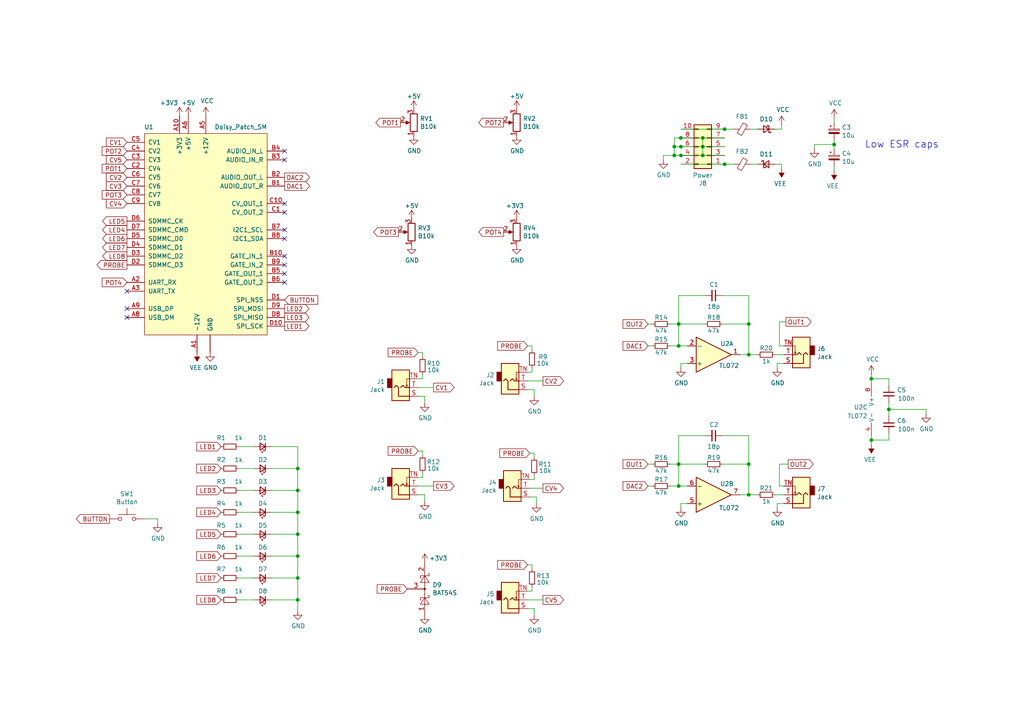
<source format=kicad_sch>
(kicad_sch (version 20211123) (generator eeschema)
  (paper "A4")
  (title_block (title "Achordion") (date "2022-02-27") (rev "v2.2.0") (company "Petr Horáček") (comment 1 "petr@zlosynth.com") (comment 2 "https://github.com/zlosynth/achordion") (comment 3 "cc-by-sa"))
  (lib_symbols
    (symbol "Amplifier_Operational:TL072" (pin_names (offset 0.127))
      (property "Reference" "U" (at 0 5.08 0))
      (property "Value" "TL072" (at 0 -5.08 0))
      (symbol "TL072_1_1"
        (pin output line (at 7.62 0 180) (length 2.54) (name "~") (number "1"))
        (pin input line (at -7.62 -2.54 0) (length 2.54) (name "-") (number "2"))
        (pin input line (at -7.62 2.54 0) (length 2.54) (name "+") (number "3"))
      )
      (symbol "TL072_2_1"
        (pin input line (at -7.62 2.54 0) (length 2.54) (name "+") (number "5"))
        (pin input line (at -7.62 -2.54 0) (length 2.54) (name "-") (number "6"))
        (pin output line (at 7.62 0 180) (length 2.54) (name "~") (number "7"))
      )
      (symbol "TL072_3_1"
        (pin power_in line (at -2.54 -7.62 90) (length 3.81) (name "V-") (number "4"))
        (pin power_in line (at -2.54 7.62 270) (length 3.81) (name "V+") (number "8"))
      )
    )
    (symbol "Connector:AudioJack2_SwitchT"
      (property "Reference" "J" (at 0 8.89 0))
      (property "Value" "AudioJack2_SwitchT" (at 0 6.35 0))
      (symbol "AudioJack2_SwitchT_1_1"
        (pin passive line (at 5.08 2.54 180) (length 2.54) (name "~") (number "S"))
        (pin passive line (at 5.08 0 180) (length 2.54) (name "~") (number "T"))
        (pin passive line (at 5.08 -2.54 180) (length 2.54) (name "~") (number "TN"))
      )
    )
    (symbol "Connector_Generic:Conn_02x05_Odd_Even" (pin_names (offset 1.016) hide)
      (property "Reference" "J" (at 1.27 7.62 0))
      (property "Value" "Conn_02x05_Odd_Even" (at 1.27 -7.62 0))
      (symbol "Conn_02x05_Odd_Even_1_1"
        (pin passive line (at -5.08 5.08 0) (length 3.81) (name "Pin_1") (number "1"))
        (pin passive line (at 7.62 -5.08 180) (length 3.81) (name "Pin_10") (number "10"))
        (pin passive line (at 7.62 5.08 180) (length 3.81) (name "Pin_2") (number "2"))
        (pin passive line (at -5.08 2.54 0) (length 3.81) (name "Pin_3") (number "3"))
        (pin passive line (at 7.62 2.54 180) (length 3.81) (name "Pin_4") (number "4"))
        (pin passive line (at -5.08 0 0) (length 3.81) (name "Pin_5") (number "5"))
        (pin passive line (at 7.62 0 180) (length 3.81) (name "Pin_6") (number "6"))
        (pin passive line (at -5.08 -2.54 0) (length 3.81) (name "Pin_7") (number "7"))
        (pin passive line (at 7.62 -2.54 180) (length 3.81) (name "Pin_8") (number "8"))
        (pin passive line (at -5.08 -5.08 0) (length 3.81) (name "Pin_9") (number "9"))
      )
    )
    (symbol "Daisy_Patch_SM:Daisy_Patch_SM" (pin_names (offset 1.016))
      (property "Reference" "U" (at -16.51 29.21 0))
      (property "Value" "Daisy_Patch_SM" (at 10.16 29.21 0))
      (symbol "Daisy_Patch_SM_1_0"
        (pin power_in line (at -2.54 -35.56 90) (length 5.08) (name "-12V") (number "A1"))
        (pin power_out line (at -7.62 33.02 270) (length 5.08) (name "+3V3") (number "A10"))
        (pin bidirectional line (at -22.86 -15.24 0) (length 5.08) (name "UART_RX") (number "A2"))
        (pin bidirectional line (at -22.86 -17.78 0) (length 5.08) (name "UART_TX") (number "A3"))
        (pin passive line (at 1.27 -35.56 90) (length 5.08) (name "GND") (number "A4"))
        (pin power_in line (at 0 33.02 270) (length 5.08) (name "+12V") (number "A5"))
        (pin power_out line (at -5.08 33.02 270) (length 5.08) (name "+5V") (number "A6"))
        (pin passive line (at 1.27 -35.56 90) (length 5.08) (name "GND") (number "A7"))
        (pin bidirectional line (at -22.86 -25.4 0) (length 5.08) (name "USB_DM") (number "A8"))
        (pin bidirectional line (at -22.86 -22.86 0) (length 5.08) (name "USB_DP") (number "A9"))
        (pin output line (at 22.86 12.7 180) (length 5.08) (name "AUDIO_OUT_R") (number "B1"))
        (pin bidirectional line (at 22.86 -7.62 180) (length 5.08) (name "GATE_IN_1") (number "B10"))
        (pin output line (at 22.86 15.24 180) (length 5.08) (name "AUDIO_OUT_L") (number "B2"))
        (pin input line (at 22.86 20.32 180) (length 5.08) (name "AUDIO_IN_R") (number "B3"))
        (pin input line (at 22.86 22.86 180) (length 5.08) (name "AUDIO_IN_L") (number "B4"))
        (pin bidirectional line (at 22.86 -12.7 180) (length 5.08) (name "GATE_OUT_1") (number "B5"))
        (pin bidirectional line (at 22.86 -15.24 180) (length 5.08) (name "GATE_OUT_2") (number "B6"))
        (pin bidirectional line (at 22.86 0 180) (length 5.08) (name "I2C1_SCL") (number "B7"))
        (pin bidirectional line (at 22.86 -2.54 180) (length 5.08) (name "I2C1_SDA") (number "B8"))
        (pin bidirectional line (at 22.86 -10.16 180) (length 5.08) (name "GATE_IN_2") (number "B9"))
        (pin bidirectional line (at 22.86 5.08 180) (length 5.08) (name "CV_OUT_2") (number "C1"))
        (pin bidirectional line (at 22.86 7.62 180) (length 5.08) (name "CV_OUT_1") (number "C10"))
        (pin bidirectional line (at -22.86 17.78 0) (length 5.08) (name "CV4") (number "C2"))
        (pin bidirectional line (at -22.86 20.32 0) (length 5.08) (name "CV3") (number "C3"))
        (pin bidirectional line (at -22.86 22.86 0) (length 5.08) (name "CV2") (number "C4"))
        (pin bidirectional line (at -22.86 25.4 0) (length 5.08) (name "CV1") (number "C5"))
        (pin bidirectional line (at -22.86 15.24 0) (length 5.08) (name "CV5") (number "C6"))
        (pin bidirectional line (at -22.86 12.7 0) (length 5.08) (name "CV6") (number "C7"))
        (pin bidirectional line (at -22.86 10.16 0) (length 5.08) (name "CV7") (number "C8"))
        (pin bidirectional line (at -22.86 7.62 0) (length 5.08) (name "CV8") (number "C9"))
        (pin bidirectional line (at 22.86 -20.32 180) (length 5.08) (name "SPI_NSS") (number "D1"))
        (pin bidirectional line (at 22.86 -27.94 180) (length 5.08) (name "SPI_SCK") (number "D10"))
        (pin bidirectional line (at -22.86 -10.16 0) (length 5.08) (name "SDMMC_D3") (number "D2"))
        (pin bidirectional line (at -22.86 -7.62 0) (length 5.08) (name "SDMMC_D2") (number "D3"))
        (pin bidirectional line (at -22.86 -5.08 0) (length 5.08) (name "SDMMC_D1") (number "D4"))
        (pin bidirectional line (at -22.86 -2.54 0) (length 5.08) (name "SDMMC_D0") (number "D5"))
        (pin bidirectional line (at -22.86 2.54 0) (length 5.08) (name "SDMMC_CK") (number "D6"))
        (pin bidirectional line (at -22.86 0 0) (length 5.08) (name "SDMMC_CMD") (number "D7"))
        (pin bidirectional line (at 22.86 -25.4 180) (length 5.08) (name "SPI_MISO") (number "D8"))
        (pin bidirectional line (at 22.86 -22.86 180) (length 5.08) (name "SPI_MOSI") (number "D9"))
      )
    )
    (symbol "Device:CP_Small" (pin_numbers hide) (pin_names (offset 0.254) hide)
      (property "Reference" "C" (at 0.254 1.778 0))
      (property "Value" "Device_CP_Small" (at 0.254 -2.032 0))
      (symbol "CP_Small_1_1"
        (pin passive line (at 0 2.54 270) (length 1.8542) (name "~") (number "1"))
        (pin passive line (at 0 -2.54 90) (length 1.8542) (name "~") (number "2"))
      )
    )
    (symbol "Device:C_Small" (pin_numbers hide) (pin_names (offset 0.254) hide)
      (property "Reference" "C" (at 0.254 1.778 0))
      (property "Value" "C_Small" (at 0.254 -2.032 0))
      (symbol "C_Small_1_1"
        (pin passive line (at 0 2.54 270) (length 2.032) (name "~") (number "1"))
        (pin passive line (at 0 -2.54 90) (length 2.032) (name "~") (number "2"))
      )
    )
    (symbol "Device:D_Schottky_Small" (pin_numbers hide) (pin_names (offset 0.254) hide)
      (property "Reference" "D" (at -1.27 2.032 0))
      (property "Value" "D_Schottky_Small" (at -7.112 -2.032 0))
      (symbol "D_Schottky_Small_1_1"
        (pin passive line (at -2.54 0 0) (length 1.778) (name "K") (number "1"))
        (pin passive line (at 2.54 0 180) (length 1.778) (name "A") (number "2"))
      )
    )
    (symbol "Device:Ferrite_Bead_Small" (pin_numbers hide) (pin_names (offset 0))
      (property "Reference" "FB" (at 1.905 1.27 0))
      (property "Value" "Device_Ferrite_Bead_Small" (at 1.905 -1.27 0))
      (symbol "Ferrite_Bead_Small_1_1"
        (pin passive line (at 0 2.54 270) (length 1.27) (name "~") (number "1"))
        (pin passive line (at 0 -2.54 90) (length 1.27) (name "~") (number "2"))
      )
    )
    (symbol "Device:LED_Small" (pin_numbers hide) (pin_names (offset 0.254) hide)
      (property "Reference" "D" (at -1.27 3.175 0))
      (property "Value" "LED_Small" (at -4.445 -2.54 0))
      (symbol "LED_Small_1_1"
        (pin passive line (at -2.54 0 0) (length 1.778) (name "K") (number "1"))
        (pin passive line (at 2.54 0 180) (length 1.778) (name "A") (number "2"))
      )
    )
    (symbol "Device:R_POT" (pin_names (offset 1.016) hide)
      (property "Reference" "RV" (at -4.445 0 90))
      (property "Value" "Device_R_POT" (at -2.54 0 90))
      (symbol "R_POT_1_1"
        (pin passive line (at 0 3.81 270) (length 1.27) (name "1") (number "1"))
        (pin passive line (at 3.81 0 180) (length 1.27) (name "2") (number "2"))
        (pin passive line (at 0 -3.81 90) (length 1.27) (name "3") (number "3"))
      )
    )
    (symbol "Device:R_Small" (pin_numbers hide) (pin_names (offset 0.254) hide)
      (property "Reference" "R" (at 0.762 0.508 0))
      (property "Value" "R_Small" (at 0.762 -1.016 0))
      (symbol "R_Small_1_1"
        (pin passive line (at 0 2.54 270) (length 0.762) (name "~") (number "1"))
        (pin passive line (at 0 -2.54 90) (length 0.762) (name "~") (number "2"))
      )
    )
    (symbol "Diode:BAT54S" (pin_names (offset 1.016))
      (property "Reference" "D" (at 0.635 -3.81 0))
      (property "Value" "BAT54S" (at -6.35 3.175 0))
      (symbol "BAT54S_1_1"
        (pin passive line (at -7.62 0 0) (length 3.81) (name "~") (number "1"))
        (pin passive line (at 7.62 0 180) (length 3.81) (name "~") (number "2"))
        (pin passive line (at 0 -5.08 90) (length 5.08) (name "~") (number "3"))
      )
    )
    (symbol "Switch:SW_Push" (pin_numbers hide) (pin_names (offset 1.016) hide)
      (property "Reference" "SW" (at 1.27 2.54 0))
      (property "Value" "SW_Push" (at 0 -1.524 0))
      (symbol "SW_Push_0_1"
        (pin passive line (at -5.08 0 0) (length 2.54) (name "1") (number "1"))
        (pin passive line (at 5.08 0 180) (length 2.54) (name "2") (number "2"))
      )
    )
    (symbol "power:+3.3V" (power) (pin_names (offset 0))
      (property "Value" "+3.3V" (at 0 3.556 0))
      (symbol "+3.3V_1_1"
        (pin power_in line (at 0 0 90) (length 0) hide (name "+3V3") (number "1"))
      )
    )
    (symbol "power:+5V" (power) (pin_names (offset 0))
      (property "Value" "+5V" (at 0 3.556 0))
      (symbol "+5V_1_1"
        (pin power_in line (at 0 0 90) (length 0) hide (name "+5V") (number "1"))
      )
    )
    (symbol "power:GND" (power) (pin_names (offset 0))
      (property "Value" "GND" (at 0 -3.81 0))
      (symbol "GND_1_1"
        (pin power_in line (at 0 0 270) (length 0) hide (name "GND") (number "1"))
      )
    )
    (symbol "power:VCC" (power) (pin_names (offset 0))
      (property "Value" "VCC" (at 0 3.81 0))
      (symbol "VCC_1_1"
        (pin power_in line (at 0 0 90) (length 0) hide (name "VCC") (number "1"))
      )
    )
    (symbol "power:VEE" (power) (pin_names (offset 0))
      (property "Value" "VEE" (at 0 3.81 0))
      (symbol "VEE_1_1"
        (pin power_in line (at 0 0 90) (length 0) hide (name "VEE") (number "1"))
      )
    )
  )
  (junction (at 196.85 140.97))
  (junction (at 257.81 118.745))
  (junction (at 252.73 109.855))
  (junction (at 217.17 93.98))
  (junction (at 197.485 40.005))
  (junction (at 86.36 142.24))
  (junction (at 86.36 135.89))
  (junction (at 86.36 167.64))
  (junction (at 210.185 37.465))
  (junction (at 86.36 173.99))
  (junction (at 86.36 161.29))
  (junction (at 196.85 134.62))
  (junction (at 195.58 42.545))
  (junction (at 197.485 45.085))
  (junction (at 86.36 154.94))
  (junction (at 217.17 143.51))
  (junction (at 210.185 47.625))
  (junction (at 203.835 45.085))
  (junction (at 196.85 100.33))
  (junction (at 241.935 41.91))
  (junction (at 217.17 102.87))
  (junction (at 197.485 42.545))
  (junction (at 196.85 93.98))
  (junction (at 86.36 148.59))
  (junction (at 195.58 45.085))
  (junction (at 203.835 42.545))
  (junction (at 252.73 127.635))
  (junction (at 217.17 134.62))
  (junction (at 203.835 40.005))
  (no_connect (at 82.55 81.915))
  (no_connect (at 82.55 59.055))
  (no_connect (at 36.83 92.075))
  (no_connect (at 82.55 74.295))
  (no_connect (at 82.55 76.835))
  (no_connect (at 82.55 46.355))
  (no_connect (at 36.83 89.535))
  (no_connect (at 82.55 61.595))
  (no_connect (at 82.55 79.375))
  (no_connect (at 82.55 66.675))
  (no_connect (at 82.55 43.815))
  (no_connect (at 36.83 84.455))
  (no_connect (at 82.55 69.215))
  (wire (pts (xy 257.81 127.635) (xy 252.73 127.635)))
  (wire (pts (xy 210.185 47.625) (xy 212.725 47.625)))
  (wire (pts (xy 121.285 112.395) (xy 125.73 112.395)))
  (wire (pts (xy 252.73 126.365) (xy 252.73 127.635)))
  (wire (pts (xy 154.305 165.1) (xy 154.305 163.83)))
  (wire (pts (xy 121.285 140.97) (xy 125.73 140.97)))
  (wire (pts (xy 217.17 93.98) (xy 217.17 102.87)))
  (wire (pts (xy 257.81 120.65) (xy 257.81 118.745)))
  (wire (pts (xy 225.425 146.05) (xy 225.425 147.32)))
  (wire (pts (xy 227.33 146.05) (xy 225.425 146.05)))
  (wire (pts (xy 203.835 40.005) (xy 210.185 40.005)))
  (wire (pts (xy 195.58 45.085) (xy 192.405 45.085)))
  (wire (pts (xy 241.935 41.91) (xy 236.22 41.91)))
  (wire (pts (xy 154.94 132.715) (xy 154.94 131.445)))
  (wire (pts (xy 194.31 93.98) (xy 196.85 93.98)))
  (wire (pts (xy 192.405 45.085) (xy 192.405 46.355)))
  (wire (pts (xy 195.58 40.005) (xy 195.58 42.545)))
  (wire (pts (xy 78.74 148.59) (xy 86.36 148.59)))
  (wire (pts (xy 217.805 47.625) (xy 219.71 47.625)))
  (wire (pts (xy 195.58 45.085) (xy 197.485 45.085)))
  (wire (pts (xy 209.55 85.725) (xy 217.17 85.725)))
  (wire (pts (xy 154.305 100.33) (xy 153.035 100.33)))
  (wire (pts (xy 154.305 171.45) (xy 154.305 170.18)))
  (wire (pts (xy 122.555 109.855) (xy 122.555 108.585)))
  (wire (pts (xy 153.67 144.145) (xy 155.575 144.145)))
  (wire (pts (xy 236.22 41.91) (xy 236.22 43.18)))
  (wire (pts (xy 73.66 142.24) (xy 69.215 142.24)))
  (wire (pts (xy 210.185 37.465) (xy 212.725 37.465)))
  (wire (pts (xy 214.63 102.87) (xy 217.17 102.87)))
  (wire (pts (xy 226.06 100.33) (xy 227.33 100.33)))
  (wire (pts (xy 154.305 163.83) (xy 153.035 163.83)))
  (wire (pts (xy 153.035 171.45) (xy 154.305 171.45)))
  (wire (pts (xy 195.58 42.545) (xy 195.58 45.085)))
  (wire (pts (xy 268.605 118.745) (xy 257.81 118.745)))
  (wire (pts (xy 197.485 40.005) (xy 195.58 40.005)))
  (wire (pts (xy 154.94 176.53) (xy 154.94 178.435)))
  (wire (pts (xy 204.47 85.725) (xy 196.85 85.725)))
  (wire (pts (xy 252.73 108.585) (xy 252.73 109.855)))
  (wire (pts (xy 197.485 42.545) (xy 203.835 42.545)))
  (wire (pts (xy 217.17 134.62) (xy 209.55 134.62)))
  (wire (pts (xy 197.485 105.41) (xy 199.39 105.41)))
  (wire (pts (xy 252.73 109.855) (xy 257.81 109.855)))
  (wire (pts (xy 197.485 47.625) (xy 210.185 47.625)))
  (wire (pts (xy 196.85 100.33) (xy 196.85 93.98)))
  (wire (pts (xy 252.73 127.635) (xy 252.73 128.905)))
  (wire (pts (xy 155.575 144.145) (xy 155.575 146.05)))
  (wire (pts (xy 227.965 93.345) (xy 226.06 93.345)))
  (wire (pts (xy 197.485 147.32) (xy 197.485 146.05)))
  (wire (pts (xy 189.23 100.33) (xy 187.96 100.33)))
  (wire (pts (xy 196.85 100.33) (xy 199.39 100.33)))
  (wire (pts (xy 73.66 129.54) (xy 69.215 129.54)))
  (wire (pts (xy 69.215 173.99) (xy 73.66 173.99)))
  (wire (pts (xy 121.285 109.855) (xy 122.555 109.855)))
  (wire (pts (xy 153.67 141.605) (xy 157.48 141.605)))
  (wire (pts (xy 187.96 93.98) (xy 189.23 93.98)))
  (wire (pts (xy 226.695 48.895) (xy 226.695 47.625)))
  (wire (pts (xy 78.74 167.64) (xy 86.36 167.64)))
  (wire (pts (xy 78.74 142.24) (xy 86.36 142.24)))
  (wire (pts (xy 122.555 103.505) (xy 122.555 102.235)))
  (wire (pts (xy 122.555 132.08) (xy 122.555 130.81)))
  (wire (pts (xy 153.035 176.53) (xy 154.94 176.53)))
  (wire (pts (xy 153.035 113.03) (xy 154.94 113.03)))
  (wire (pts (xy 154.94 131.445) (xy 153.67 131.445)))
  (wire (pts (xy 225.425 105.41) (xy 225.425 106.68)))
  (wire (pts (xy 224.79 102.87) (xy 227.33 102.87)))
  (wire (pts (xy 154.305 101.6) (xy 154.305 100.33)))
  (wire (pts (xy 187.96 134.62) (xy 189.23 134.62)))
  (wire (pts (xy 86.36 129.54) (xy 86.36 135.89)))
  (wire (pts (xy 153.035 110.49) (xy 157.48 110.49)))
  (wire (pts (xy 86.36 167.64) (xy 86.36 173.99)))
  (wire (pts (xy 217.17 126.365) (xy 217.17 134.62)))
  (wire (pts (xy 196.85 140.97) (xy 196.85 134.62)))
  (wire (pts (xy 210.185 45.085) (xy 203.835 45.085)))
  (wire (pts (xy 78.74 161.29) (xy 86.36 161.29)))
  (wire (pts (xy 241.935 34.29) (xy 241.935 35.56)))
  (wire (pts (xy 194.31 134.62) (xy 196.85 134.62)))
  (wire (pts (xy 226.695 47.625) (xy 224.79 47.625)))
  (wire (pts (xy 86.36 161.29) (xy 86.36 167.64)))
  (wire (pts (xy 86.36 135.89) (xy 86.36 142.24)))
  (wire (pts (xy 196.85 85.725) (xy 196.85 93.98)))
  (wire (pts (xy 78.74 154.94) (xy 86.36 154.94)))
  (wire (pts (xy 121.285 138.43) (xy 122.555 138.43)))
  (wire (pts (xy 154.94 139.065) (xy 154.94 137.795)))
  (wire (pts (xy 196.85 126.365) (xy 196.85 134.62)))
  (wire (pts (xy 241.935 41.91) (xy 241.935 43.18)))
  (wire (pts (xy 204.47 126.365) (xy 196.85 126.365)))
  (wire (pts (xy 86.36 154.94) (xy 86.36 161.29)))
  (wire (pts (xy 69.215 161.29) (xy 73.66 161.29)))
  (wire (pts (xy 217.17 93.98) (xy 209.55 93.98)))
  (wire (pts (xy 203.835 45.085) (xy 197.485 45.085)))
  (wire (pts (xy 153.035 173.99) (xy 157.48 173.99)))
  (wire (pts (xy 86.36 148.59) (xy 86.36 154.94)))
  (wire (pts (xy 226.06 134.62) (xy 226.06 140.97)))
  (wire (pts (xy 257.81 118.745) (xy 257.81 116.84)))
  (wire (pts (xy 226.06 140.97) (xy 227.33 140.97)))
  (wire (pts (xy 41.91 150.495) (xy 45.72 150.495)))
  (wire (pts (xy 189.23 140.97) (xy 187.96 140.97)))
  (wire (pts (xy 122.555 130.81) (xy 121.285 130.81)))
  (wire (pts (xy 226.06 93.345) (xy 226.06 100.33)))
  (wire (pts (xy 154.94 113.03) (xy 154.94 114.935)))
  (wire (pts (xy 86.36 173.99) (xy 86.36 177.165)))
  (wire (pts (xy 78.74 173.99) (xy 86.36 173.99)))
  (wire (pts (xy 224.79 143.51) (xy 227.33 143.51)))
  (wire (pts (xy 122.555 102.235) (xy 121.285 102.235)))
  (wire (pts (xy 196.85 93.98) (xy 204.47 93.98)))
  (wire (pts (xy 197.485 40.005) (xy 203.835 40.005)))
  (wire (pts (xy 194.31 100.33) (xy 196.85 100.33)))
  (wire (pts (xy 123.19 143.51) (xy 123.19 145.415)))
  (wire (pts (xy 78.74 129.54) (xy 86.36 129.54)))
  (wire (pts (xy 69.215 135.89) (xy 73.66 135.89)))
  (wire (pts (xy 78.74 135.89) (xy 86.36 135.89)))
  (wire (pts (xy 203.835 42.545) (xy 203.835 45.085)))
  (wire (pts (xy 73.66 167.64) (xy 69.215 167.64)))
  (wire (pts (xy 241.935 48.26) (xy 241.935 49.53)))
  (wire (pts (xy 217.17 134.62) (xy 217.17 143.51)))
  (wire (pts (xy 257.81 125.73) (xy 257.81 127.635)))
  (wire (pts (xy 210.185 37.465) (xy 197.485 37.465)))
  (wire (pts (xy 203.835 42.545) (xy 210.185 42.545)))
  (wire (pts (xy 122.555 138.43) (xy 122.555 137.16)))
  (wire (pts (xy 73.66 154.94) (xy 69.215 154.94)))
  (wire (pts (xy 217.17 102.87) (xy 219.71 102.87)))
  (wire (pts (xy 219.71 37.465) (xy 217.805 37.465)))
  (wire (pts (xy 268.605 120.015) (xy 268.605 118.745)))
  (wire (pts (xy 153.67 139.065) (xy 154.94 139.065)))
  (wire (pts (xy 197.485 42.545) (xy 195.58 42.545)))
  (wire (pts (xy 227.33 105.41) (xy 225.425 105.41)))
  (wire (pts (xy 217.17 85.725) (xy 217.17 93.98)))
  (wire (pts (xy 197.485 146.05) (xy 199.39 146.05)))
  (wire (pts (xy 196.85 140.97) (xy 199.39 140.97)))
  (wire (pts (xy 203.835 40.005) (xy 203.835 42.545)))
  (wire (pts (xy 226.06 134.62) (xy 228.6 134.62)))
  (wire (pts (xy 217.17 143.51) (xy 219.71 143.51)))
  (wire (pts (xy 197.485 106.68) (xy 197.485 105.41)))
  (wire (pts (xy 121.285 114.935) (xy 123.19 114.935)))
  (wire (pts (xy 209.55 126.365) (xy 217.17 126.365)))
  (wire (pts (xy 226.695 37.465) (xy 224.79 37.465)))
  (wire (pts (xy 69.215 148.59) (xy 73.66 148.59)))
  (wire (pts (xy 45.72 151.765) (xy 45.72 150.495)))
  (wire (pts (xy 194.31 140.97) (xy 196.85 140.97)))
  (wire (pts (xy 196.85 134.62) (xy 204.47 134.62)))
  (wire (pts (xy 154.305 107.95) (xy 154.305 106.68)))
  (wire (pts (xy 214.63 143.51) (xy 217.17 143.51)))
  (wire (pts (xy 226.695 36.195) (xy 226.695 37.465)))
  (wire (pts (xy 121.285 143.51) (xy 123.19 143.51)))
  (wire (pts (xy 153.035 107.95) (xy 154.305 107.95)))
  (wire (pts (xy 252.73 109.855) (xy 252.73 111.125)))
  (wire (pts (xy 123.19 114.935) (xy 123.19 116.84)))
  (wire (pts (xy 241.935 40.64) (xy 241.935 41.91)))
  (wire (pts (xy 86.36 142.24) (xy 86.36 148.59)))
  (wire (pts (xy 257.81 109.855) (xy 257.81 111.76)))
  (text "Low ESR caps" (at 250.825 43.18 0) (effects (font (size 2.0066 2.0066)) (justify left bottom)))
  (global_label "PROBE" (shape input) (at 118.11 170.815 180) (property "Intersheet References" "${INTERSHEET_REFS}" (effects hide)))
  (global_label "LED8" (shape input) (at 64.135 173.99 180) (property "Intersheet References" "${INTERSHEET_REFS}" (effects hide)))
  (global_label "POT2" (shape input) (at 36.83 43.815 180) (property "Intersheet References" "${INTERSHEET_REFS}" (effects hide)))
  (global_label "DAC1" (shape input) (at 187.96 100.33 180) (property "Intersheet References" "${INTERSHEET_REFS}" (effects hide)))
  (global_label "DAC1" (shape output) (at 82.55 53.975 0) (property "Intersheet References" "${INTERSHEET_REFS}" (effects hide)))
  (global_label "CV3" (shape output) (at 125.73 140.97 0) (property "Intersheet References" "${INTERSHEET_REFS}" (effects hide)))
  (global_label "CV2" (shape output) (at 157.48 110.49 0) (property "Intersheet References" "${INTERSHEET_REFS}" (effects hide)))
  (global_label "LED5" (shape output) (at 36.83 64.135 180) (property "Intersheet References" "${INTERSHEET_REFS}" (effects hide)))
  (global_label "OUT2" (shape input) (at 187.96 93.98 180) (property "Intersheet References" "${INTERSHEET_REFS}" (effects hide)))
  (global_label "BUTTON" (shape input) (at 82.55 86.995 0) (property "Intersheet References" "${INTERSHEET_REFS}" (effects hide)))
  (global_label "LED4" (shape input) (at 64.135 148.59 180) (property "Intersheet References" "${INTERSHEET_REFS}" (effects hide)))
  (global_label "PROBE" (shape input) (at 153.035 163.83 180) (property "Intersheet References" "${INTERSHEET_REFS}" (effects hide)))
  (global_label "LED1" (shape input) (at 64.135 129.54 180) (property "Intersheet References" "${INTERSHEET_REFS}" (effects hide)))
  (global_label "LED7" (shape input) (at 64.135 167.64 180) (property "Intersheet References" "${INTERSHEET_REFS}" (effects hide)))
  (global_label "OUT1" (shape input) (at 187.96 134.62 180) (property "Intersheet References" "${INTERSHEET_REFS}" (effects hide)))
  (global_label "CV4" (shape output) (at 157.48 141.605 0) (property "Intersheet References" "${INTERSHEET_REFS}" (effects hide)))
  (global_label "DAC2" (shape output) (at 82.55 51.435 0) (property "Intersheet References" "${INTERSHEET_REFS}" (effects hide)))
  (global_label "POT1" (shape input) (at 36.83 48.895 180) (property "Intersheet References" "${INTERSHEET_REFS}" (effects hide)))
  (global_label "CV1" (shape output) (at 125.73 112.395 0) (property "Intersheet References" "${INTERSHEET_REFS}" (effects hide)))
  (global_label "LED8" (shape output) (at 36.83 74.295 180) (property "Intersheet References" "${INTERSHEET_REFS}" (effects hide)))
  (global_label "POT4" (shape input) (at 36.83 81.915 180) (property "Intersheet References" "${INTERSHEET_REFS}" (effects hide)))
  (global_label "CV5" (shape input) (at 36.83 46.355 180) (property "Intersheet References" "${INTERSHEET_REFS}" (effects hide)))
  (global_label "LED7" (shape output) (at 36.83 71.755 180) (property "Intersheet References" "${INTERSHEET_REFS}" (effects hide)))
  (global_label "CV5" (shape output) (at 157.48 173.99 0) (property "Intersheet References" "${INTERSHEET_REFS}" (effects hide)))
  (global_label "POT1" (shape output) (at 116.205 35.56 180) (property "Intersheet References" "${INTERSHEET_REFS}" (effects hide)))
  (global_label "LED1" (shape output) (at 82.55 94.615 0) (property "Intersheet References" "${INTERSHEET_REFS}" (effects hide)))
  (global_label "LED4" (shape output) (at 36.83 66.675 180) (property "Intersheet References" "${INTERSHEET_REFS}" (effects hide)))
  (global_label "CV4" (shape input) (at 36.83 59.055 180) (property "Intersheet References" "${INTERSHEET_REFS}" (effects hide)))
  (global_label "LED2" (shape output) (at 82.55 89.535 0) (property "Intersheet References" "${INTERSHEET_REFS}" (effects hide)))
  (global_label "LED3" (shape output) (at 82.55 92.075 0) (property "Intersheet References" "${INTERSHEET_REFS}" (effects hide)))
  (global_label "CV3" (shape input) (at 36.83 53.975 180) (property "Intersheet References" "${INTERSHEET_REFS}" (effects hide)))
  (global_label "PROBE" (shape input) (at 121.285 130.81 180) (property "Intersheet References" "${INTERSHEET_REFS}" (effects hide)))
  (global_label "LED2" (shape input) (at 64.135 135.89 180) (property "Intersheet References" "${INTERSHEET_REFS}" (effects hide)))
  (global_label "PROBE" (shape output) (at 36.83 76.835 180) (property "Intersheet References" "${INTERSHEET_REFS}" (effects hide)))
  (global_label "LED6" (shape output) (at 36.83 69.215 180) (property "Intersheet References" "${INTERSHEET_REFS}" (effects hide)))
  (global_label "LED5" (shape input) (at 64.135 154.94 180) (property "Intersheet References" "${INTERSHEET_REFS}" (effects hide)))
  (global_label "PROBE" (shape input) (at 153.035 100.33 180) (property "Intersheet References" "${INTERSHEET_REFS}" (effects hide)))
  (global_label "OUT2" (shape output) (at 228.6 134.62 0) (property "Intersheet References" "${INTERSHEET_REFS}" (effects hide)))
  (global_label "CV1" (shape input) (at 36.83 41.275 180) (property "Intersheet References" "${INTERSHEET_REFS}" (effects hide)))
  (global_label "LED6" (shape input) (at 64.135 161.29 180) (property "Intersheet References" "${INTERSHEET_REFS}" (effects hide)))
  (global_label "DAC2" (shape input) (at 187.96 140.97 180) (property "Intersheet References" "${INTERSHEET_REFS}" (effects hide)))
  (global_label "POT2" (shape output) (at 146.05 35.56 180) (property "Intersheet References" "${INTERSHEET_REFS}" (effects hide)))
  (global_label "POT4" (shape output) (at 146.05 67.31 180) (property "Intersheet References" "${INTERSHEET_REFS}" (effects hide)))
  (global_label "PROBE" (shape input) (at 121.285 102.235 180) (property "Intersheet References" "${INTERSHEET_REFS}" (effects hide)))
  (global_label "LED3" (shape input) (at 64.135 142.24 180) (property "Intersheet References" "${INTERSHEET_REFS}" (effects hide)))
  (global_label "CV2" (shape input) (at 36.83 51.435 180) (property "Intersheet References" "${INTERSHEET_REFS}" (effects hide)))
  (global_label "OUT1" (shape output) (at 227.965 93.345 0) (property "Intersheet References" "${INTERSHEET_REFS}" (effects hide)))
  (global_label "POT3" (shape input) (at 36.83 56.515 180) (property "Intersheet References" "${INTERSHEET_REFS}" (effects hide)))
  (global_label "PROBE" (shape input) (at 153.67 131.445 180) (property "Intersheet References" "${INTERSHEET_REFS}" (effects hide)))
  (global_label "POT3" (shape output) (at 115.57 67.31 180) (property "Intersheet References" "${INTERSHEET_REFS}" (effects hide)))
  (global_label "BUTTON" (shape output) (at 31.75 150.495 180) (property "Intersheet References" "${INTERSHEET_REFS}" (effects hide)))
  (symbol (lib_id "Device:D_Schottky_Small") (at 222.25 37.465 180) (unit 1)
    (property "Reference" "D10" (at 222.25 34.544 0))
    (property "Value" "Schottky" (effects hide))
    (property "Footprint" "Diode_SMD:D_SOD-123" (effects hide))
    (property "LCSC" "C8598" (effects hide))
    (property "Mfr Part Number" "STPS0540ZY" (effects hide))
    (property "Order Qty" "1" (effects hide))
  )
  (symbol (lib_id "Device:D_Schottky_Small") (at 222.25 47.625 0) (unit 1)
    (property "Reference" "D11" (at 222.25 44.704 0))
    (property "Value" "Schottky" (effects hide))
    (property "Footprint" "Diode_SMD:D_SOD-123" (effects hide))
    (property "LCSC" "C8598" (effects hide))
    (property "Mfr Part Number" "STPS0540ZY" (effects hide))
    (property "Order Qty" "1" (effects hide))
  )
  (symbol (lib_id "Device:CP_Small") (at 241.935 45.72 0) (unit 1)
    (property "Reference" "C4" (at 244.1702 44.5516 0) (effects (justify left)))
    (property "Value" "10u" (at 244.1702 46.863 0) (effects (justify left)))
    (property "Footprint" "Capacitor_SMD:CP_Elec_6.3x5.8" (effects hide))
    (property "LCSC" "C122226" (effects hide))
    (property "Order Qty" "1" (effects hide))
    (property "Mfr Part Number" "T491B226M016AT" (effects hide))
  )
  (symbol (lib_id "Device:CP_Small") (at 241.935 38.1 0) (unit 1)
    (property "Reference" "C3" (at 244.1702 36.9316 0) (effects (justify left)))
    (property "Value" "10u" (at 244.1702 39.243 0) (effects (justify left)))
    (property "Footprint" "Capacitor_SMD:CP_Elec_6.3x5.8" (effects hide))
    (property "LCSC" "C122226" (effects hide))
    (property "Order Qty" "1" (effects hide))
    (property "Mfr Part Number" "T491B226M016AT" (effects hide))
  )
  (symbol (lib_id "power:GND") (at 236.22 43.18 0) (unit 1)
    (property "Reference" "#PWR030" (effects hide))
    (property "Value" "GND" (at 236.347 47.5742 0))
  )
  (symbol (lib_id "power:VEE") (at 241.935 49.53 180) (unit 1)
    (property "Reference" "#PWR033" (effects hide))
    (property "Value" "VEE" (at 241.554 53.9242 0))
  )
  (symbol (lib_id "power:VCC") (at 241.935 34.29 0) (unit 1)
    (property "Reference" "#PWR032" (effects hide))
    (property "Value" "VCC" (at 242.316 29.8958 0))
  )
  (symbol (lib_id "Device:LED_Small") (at 76.2 154.94 180) (unit 1)
    (property "Reference" "D5" (at 76.2 152.4 0))
    (property "Value" "LED" (effects hide))
    (property "Footprint" "LED_THT:LED_D3.0mm" (effects hide))
    (property "Mfr Part Number" "WP710A10SRD/D" (effects hide))
  )
  (symbol (lib_id "Device:LED_Small") (at 76.2 167.64 180) (unit 1)
    (property "Reference" "D7" (at 76.2 165.1 0))
    (property "Value" "LED" (effects hide))
    (property "Footprint" "LED_THT:LED_D3.0mm" (effects hide))
    (property "Mfr Part Number" "WP710A10SRD/D" (effects hide))
  )
  (symbol (lib_id "Device:Ferrite_Bead_Small") (at 215.265 37.465 270) (unit 1)
    (property "Reference" "FB1" (at 215.265 33.782 90))
    (property "Value" "FB" (effects hide))
    (property "Footprint" "Inductor_SMD:L_0805_2012Metric_Pad1.15x1.40mm_HandSolder" (effects hide))
  )
  (symbol (lib_id "Device:Ferrite_Bead_Small") (at 215.265 47.625 270) (unit 1)
    (property "Reference" "FB2" (at 215.265 43.942 90))
    (property "Value" "FB" (effects hide))
    (property "Footprint" "Inductor_SMD:L_0805_2012Metric_Pad1.15x1.40mm_HandSolder" (effects hide))
  )
  (symbol (lib_id "Connector:AudioJack2_SwitchT") (at 232.41 102.87 180) (unit 1)
    (property "Reference" "J6" (at 236.982 101.1682 0) (effects (justify right)))
    (property "Value" "Jack" (at 236.982 103.4796 0) (effects (justify right)))
    (property "Footprint" "Connector_Audio:Jack_3.5mm_QingPu_WQP-PJ398SM_Vertical_CircularHoles" (effects hide))
  )
  (symbol (lib_id "Connector:AudioJack2_SwitchT") (at 147.955 173.99 0) (mirror x) (unit 1)
    (property "Reference" "J5" (at 143.4084 172.2882 0) (effects (justify right)))
    (property "Value" "Jack" (at 143.4084 174.5996 0) (effects (justify right)))
    (property "Footprint" "Connector_Audio:Jack_3.5mm_QingPu_WQP-PJ398SM_Vertical_CircularHoles" (effects hide))
  )
  (symbol (lib_id "power:GND") (at 268.605 120.015 0) (unit 1)
    (property "Reference" "#PWR036" (effects hide))
    (property "Value" "GND" (at 268.732 124.4092 0))
  )
  (symbol (lib_id "Amplifier_Operational:TL072") (at 255.27 118.745 0) (unit 3)
    (property "Reference" "U2" (at 247.65 118.11 0) (effects (justify left)))
    (property "Value" "TL072" (at 245.745 120.65 0) (effects (justify left)))
    (property "Footprint" "Package_SO:SOIC-8_3.9x4.9mm_P1.27mm" (effects hide))
    (property "Datasheet" "http://www.ti.com/lit/ds/symlink/tl071.pdf" (effects hide))
    (property "LCSC" "C163525" (effects hide))
    (property "Mfr Part Number" "TL072CD" (effects hide))
    (property "Order Qty" "1" (effects hide))
  )
  (symbol (lib_id "power:VEE") (at 252.73 128.905 180) (unit 1)
    (property "Reference" "#PWR035" (effects hide))
    (property "Value" "VEE" (at 252.349 133.2992 0))
  )
  (symbol (lib_id "power:GND") (at 123.19 178.435 0) (unit 1)
    (property "Reference" "#PWR015" (effects hide))
    (property "Value" "GND" (at 123.317 182.8292 0))
  )
  (symbol (lib_id "Device:C_Small") (at 257.81 114.3 0) (unit 1)
    (property "Reference" "C5" (at 260.1468 113.1316 0) (effects (justify left)))
    (property "Value" "100n" (at 260.35 115.57 0) (effects (justify left)))
    (property "Footprint" "Capacitor_SMD:C_0805_2012Metric_Pad1.18x1.45mm_HandSolder" (effects hide))
    (property "LCSC" "C14663" (effects hide))
    (property "Order Qty" "1" (effects hide))
    (property "Mfr Part Number" "CL10F104ZO8NNNC" (effects hide))
  )
  (symbol (lib_id "Device:C_Small") (at 257.81 123.19 0) (unit 1)
    (property "Reference" "C6" (at 260.1468 122.0216 0) (effects (justify left)))
    (property "Value" "100n" (at 260.35 124.46 0) (effects (justify left)))
    (property "Footprint" "Capacitor_SMD:C_0805_2012Metric_Pad1.18x1.45mm_HandSolder" (effects hide))
    (property "LCSC" "C14663" (effects hide))
    (property "Order Qty" "1" (effects hide))
    (property "Mfr Part Number" "CL10F104ZO8NNNC" (effects hide))
  )
  (symbol (lib_id "power:GND") (at 225.425 106.68 0) (unit 1)
    (property "Reference" "#PWR026" (effects hide))
    (property "Value" "GND" (at 225.552 111.0742 0))
  )
  (symbol (lib_id "Device:R_Small") (at 222.25 102.87 90) (unit 1)
    (property "Reference" "R20" (at 222.25 100.965 90))
    (property "Value" "1k" (at 222.25 104.775 90))
    (property "Footprint" "Resistor_SMD:R_0805_2012Metric_Pad1.20x1.40mm_HandSolder" (effects hide))
    (property "LCSC" "C21190" (effects hide))
    (property "Order Qty" "1" (effects hide))
    (property "Mfr Part Number" "CR0603-FX-1001ELF" (effects hide))
  )
  (symbol (lib_id "Device:C_Small") (at 207.01 85.725 270) (unit 1)
    (property "Reference" "C1" (at 205.74 82.55 90) (effects (justify left)))
    (property "Value" "18p" (at 205.105 88.9 90) (effects (justify left)))
    (property "Footprint" "Capacitor_SMD:C_0805_2012Metric_Pad1.18x1.45mm_HandSolder" (effects hide))
    (property "LCSC" "C1647" (effects hide))
    (property "Order Qty" "1" (effects hide))
    (property "Mfr Part Number" "CL10C180JB81PNC" (effects hide))
  )
  (symbol (lib_id "Device:R_Small") (at 154.305 167.64 0) (unit 1)
    (property "Reference" "R13" (at 157.48 167.005 0))
    (property "Value" "10k" (at 157.48 168.91 0))
    (property "Footprint" "Resistor_SMD:R_0805_2012Metric_Pad1.20x1.40mm_HandSolder" (effects hide))
    (property "LCSC" "C25744" (effects hide))
    (property "Order Qty" "1" (effects hide))
    (property "Mfr Part Number" "CR0603-FX-1002ELF" (effects hide))
  )
  (symbol (lib_id "Device:R_Small") (at 154.94 135.255 0) (unit 1)
    (property "Reference" "R11" (at 158.115 134.62 0))
    (property "Value" "10k" (at 158.115 136.525 0))
    (property "Footprint" "Resistor_SMD:R_0805_2012Metric_Pad1.20x1.40mm_HandSolder" (effects hide))
    (property "LCSC" "C25744" (effects hide))
    (property "Order Qty" "1" (effects hide))
    (property "Mfr Part Number" "CR0603-FX-1002ELF" (effects hide))
  )
  (symbol (lib_id "Device:R_Small") (at 222.25 143.51 90) (unit 1)
    (property "Reference" "R21" (at 222.25 141.605 90))
    (property "Value" "1k" (at 222.25 145.415 90))
    (property "Footprint" "Resistor_SMD:R_0805_2012Metric_Pad1.20x1.40mm_HandSolder" (effects hide))
    (property "LCSC" "C21190" (effects hide))
    (property "Order Qty" "1" (effects hide))
    (property "Mfr Part Number" "CR0603-FX-1001ELF" (effects hide))
  )
  (symbol (lib_id "Device:R_Small") (at 207.01 134.62 90) (unit 1)
    (property "Reference" "R19" (at 207.01 132.715 90))
    (property "Value" "47k" (at 207.01 136.525 90))
    (property "Footprint" "Resistor_SMD:R_0805_2012Metric_Pad1.20x1.40mm_HandSolder" (effects hide))
    (property "LCSC" "C25819" (effects hide))
    (property "Order Qty" "1" (effects hide))
    (property "Mfr Part Number" "CR0603-FX-4702ELF" (effects hide))
  )
  (symbol (lib_id "power:GND") (at 197.485 147.32 0) (unit 1)
    (property "Reference" "#PWR025" (effects hide))
    (property "Value" "GND" (at 197.612 151.7142 0))
  )
  (symbol (lib_id "Device:R_Small") (at 191.77 93.98 270) (unit 1)
    (property "Reference" "R14" (at 191.77 92.075 90))
    (property "Value" "47k" (at 191.77 95.885 90))
    (property "Footprint" "Resistor_SMD:R_0805_2012Metric_Pad1.20x1.40mm_HandSolder" (effects hide))
    (property "LCSC" "C25819" (effects hide))
    (property "Order Qty" "1" (effects hide))
    (property "Mfr Part Number" "CR0603-FX-4702ELF" (effects hide))
  )
  (symbol (lib_id "Device:R_Small") (at 191.77 134.62 270) (unit 1)
    (property "Reference" "R16" (at 191.77 132.715 90))
    (property "Value" "47k" (at 191.77 136.525 90))
    (property "Footprint" "Resistor_SMD:R_0805_2012Metric_Pad1.20x1.40mm_HandSolder" (effects hide))
    (property "LCSC" "C25819" (effects hide))
    (property "Order Qty" "1" (effects hide))
    (property "Mfr Part Number" "CR0603-FX-4702ELF" (effects hide))
  )
  (symbol (lib_id "Device:R_POT") (at 120.015 35.56 180) (unit 1)
    (property "Reference" "RV1" (at 121.793 34.3916 0) (effects (justify right)))
    (property "Value" "B10k" (at 121.793 36.703 0) (effects (justify right)))
    (property "Footprint" "Potentiometer_THT:Potentiometer_Alpha_RD901F-40-00D_Single_Vertical" (effects hide))
    (property "Mfr Part Number" "RK09L1140A66" (effects hide))
    (property "Order Qty" "1" (effects hide))
  )
  (symbol (lib_id "power:GND") (at 119.38 71.12 0) (unit 1)
    (property "Reference" "#PWR09" (effects hide))
    (property "Value" "GND" (at 119.507 75.5142 0))
  )
  (symbol (lib_id "power:GND") (at 45.72 151.765 0) (unit 1)
    (property "Reference" "#PWR01" (effects hide))
    (property "Value" "GND" (at 45.847 156.1592 0))
  )
  (symbol (lib_id "Daisy_Patch_SM:Daisy_Patch_SM") (at 59.69 66.675 0) (unit 1)
    (property "Reference" "U1" (at 43.18 36.83 0))
    (property "Value" "Daisy_Patch_SM" (at 69.85 36.83 0))
    (property "Footprint" "Custom:Daisy_Patch_SM" (effects hide))
  )
  (symbol (lib_id "power:GND") (at 60.96 102.235 0) (unit 1)
    (property "Reference" "#PWR06" (effects hide))
    (property "Value" "GND" (at 61.087 106.6292 0))
  )
  (symbol (lib_id "power:VCC") (at 59.69 33.655 0) (unit 1)
    (property "Reference" "#PWR05" (effects hide))
    (property "Value" "VCC" (at 60.071 29.2608 0))
  )
  (symbol (lib_id "power:VEE") (at 57.15 102.235 180) (unit 1)
    (property "Reference" "#PWR04" (effects hide))
    (property "Value" "VEE" (at 56.769 106.6292 0))
  )
  (symbol (lib_id "power:+3.3V") (at 52.07 33.655 0) (unit 1)
    (property "Reference" "#PWR02" (effects hide))
    (property "Value" "+3.3V" (at 46.355 29.845 0) (effects (justify left)))
  )
  (symbol (lib_id "power:+5V") (at 54.61 33.655 0) (unit 1)
    (property "Reference" "#PWR03" (effects hide))
    (property "Value" "+5V" (at 54.61 29.845 0))
  )
  (symbol (lib_id "power:+5V") (at 120.015 31.75 0) (unit 1)
    (property "Reference" "#PWR0101" (effects hide))
    (property "Value" "+5V" (at 120.015 27.94 0))
  )
  (symbol (lib_id "power:+5V") (at 119.38 63.5 0) (unit 1)
    (property "Reference" "#PWR0102" (effects hide))
    (property "Value" "+5V" (at 119.38 59.69 0))
  )
  (symbol (lib_id "power:+5V") (at 149.86 31.75 0) (unit 1)
    (property "Reference" "#PWR0104" (effects hide))
    (property "Value" "+5V" (at 149.86 27.94 0))
  )
  (symbol (lib_id "Device:LED_Small") (at 76.2 129.54 180) (unit 1)
    (property "Reference" "D1" (at 76.2 127 0))
    (property "Value" "LED" (effects hide))
    (property "Footprint" "LED_THT:LED_D3.0mm" (effects hide))
    (property "Mfr Part Number" "WP710A10SRD/D" (effects hide))
  )
  (symbol (lib_id "Connector_Generic:Conn_02x05_Odd_Even") (at 205.105 42.545 180) (unit 1)
    (property "Reference" "J8" (at 203.835 53.1368 0))
    (property "Value" "Power" (at 203.835 50.8254 0))
    (property "Footprint" "Connector_PinHeader_2.54mm:PinHeader_2x05_P2.54mm_Vertical" (effects hide))
    (property "Mfr Part Number" "87914-1016" (effects hide))
    (property "Order Qty" "1" (effects hide))
  )
  (symbol (lib_id "power:GND") (at 192.405 46.355 0) (unit 1)
    (property "Reference" "#PWR023" (effects hide))
    (property "Value" "GND" (at 192.532 50.7492 0))
  )
  (symbol (lib_id "power:VCC") (at 226.695 36.195 0) (unit 1)
    (property "Reference" "#PWR028" (effects hide))
    (property "Value" "VCC" (at 227.076 31.8008 0))
  )
  (symbol (lib_id "power:VEE") (at 226.695 48.895 180) (unit 1)
    (property "Reference" "#PWR029" (effects hide))
    (property "Value" "VEE" (at 226.314 53.2892 0))
  )
  (symbol (lib_id "Device:LED_Small") (at 76.2 135.89 180) (unit 1)
    (property "Reference" "D2" (at 76.2 133.35 0))
    (property "Value" "LED" (effects hide))
    (property "Footprint" "LED_THT:LED_D3.0mm" (effects hide))
    (property "Mfr Part Number" "WP710A10SRD/D" (effects hide))
  )
  (symbol (lib_id "Device:LED_Small") (at 76.2 142.24 180) (unit 1)
    (property "Reference" "D3" (at 76.2 139.7 0))
    (property "Value" "LED" (effects hide))
    (property "Footprint" "LED_THT:LED_D3.0mm" (effects hide))
    (property "Mfr Part Number" "WP710A10SRD/D" (effects hide))
  )
  (symbol (lib_id "Device:LED_Small") (at 76.2 148.59 180) (unit 1)
    (property "Reference" "D4" (at 76.2 146.05 0))
    (property "Value" "LED" (effects hide))
    (property "Footprint" "LED_THT:LED_D3.0mm" (effects hide))
    (property "Mfr Part Number" "WP710A10SRD/D" (effects hide))
  )
  (symbol (lib_id "Device:LED_Small") (at 76.2 161.29 180) (unit 1)
    (property "Reference" "D6" (at 76.2 158.75 0))
    (property "Value" "LED" (effects hide))
    (property "Footprint" "LED_THT:LED_D3.0mm" (effects hide))
    (property "Mfr Part Number" "WP710A10SRD/D" (effects hide))
  )
  (symbol (lib_id "Device:LED_Small") (at 76.2 173.99 180) (unit 1)
    (property "Reference" "D8" (at 76.2 171.45 0))
    (property "Value" "LED" (effects hide))
    (property "Footprint" "LED_THT:LED_D3.0mm" (effects hide))
    (property "Mfr Part Number" "WP710A10SRD/D" (effects hide))
  )
  (symbol (lib_id "Connector:AudioJack2_SwitchT") (at 232.41 143.51 180) (unit 1)
    (property "Reference" "J7" (at 236.982 141.8082 0) (effects (justify right)))
    (property "Value" "Jack" (at 236.982 144.1196 0) (effects (justify right)))
    (property "Footprint" "Connector_Audio:Jack_3.5mm_QingPu_WQP-PJ398SM_Vertical_CircularHoles" (effects hide))
  )
  (symbol (lib_id "Connector:AudioJack2_SwitchT") (at 116.205 140.97 0) (mirror x) (unit 1)
    (property "Reference" "J3" (at 111.6584 139.2682 0) (effects (justify right)))
    (property "Value" "Jack" (at 111.6584 141.5796 0) (effects (justify right)))
    (property "Footprint" "Connector_Audio:Jack_3.5mm_QingPu_WQP-PJ398SM_Vertical_CircularHoles" (effects hide))
  )
  (symbol (lib_id "Connector:AudioJack2_SwitchT") (at 148.59 141.605 0) (mirror x) (unit 1)
    (property "Reference" "J4" (at 144.0434 139.9032 0) (effects (justify right)))
    (property "Value" "Jack" (at 144.0434 142.2146 0) (effects (justify right)))
    (property "Footprint" "Connector_Audio:Jack_3.5mm_QingPu_WQP-PJ398SM_Vertical_CircularHoles" (effects hide))
  )
  (symbol (lib_id "Connector:AudioJack2_SwitchT") (at 147.955 110.49 0) (mirror x) (unit 1)
    (property "Reference" "J2" (at 143.4084 108.7882 0) (effects (justify right)))
    (property "Value" "Jack" (at 143.4084 111.0996 0) (effects (justify right)))
    (property "Footprint" "Connector_Audio:Jack_3.5mm_QingPu_WQP-PJ398SM_Vertical_CircularHoles" (effects hide))
  )
  (symbol (lib_id "Connector:AudioJack2_SwitchT") (at 116.205 112.395 0) (mirror x) (unit 1)
    (property "Reference" "J1" (at 111.6584 110.6932 0) (effects (justify right)))
    (property "Value" "Jack" (at 111.6584 113.0046 0) (effects (justify right)))
    (property "Footprint" "Connector_Audio:Jack_3.5mm_QingPu_WQP-PJ398SM_Vertical_CircularHoles" (effects hide))
  )
  (symbol (lib_id "Diode:BAT54S") (at 123.19 170.815 270) (mirror x) (unit 1)
    (property "Reference" "D9" (at 125.4252 169.6466 90) (effects (justify left)))
    (property "Value" "BAT54S" (at 125.4252 171.958 90) (effects (justify left)))
    (property "Footprint" "Package_TO_SOT_SMD:SOT-23_Handsoldering" (effects hide))
    (property "Datasheet" "https://www.diodes.com/assets/Datasheets/ds11005.pdf" (effects hide))
    (property "Mfr Part Number" "BAT54S,215" (effects hide))
  )
  (symbol (lib_id "Amplifier_Operational:TL072") (at 207.01 102.87 0) (mirror x) (unit 1)
    (property "Reference" "U2" (at 210.82 99.695 0))
    (property "Value" "TL072" (at 211.455 106.045 0))
    (property "Footprint" "Package_SO:SOIC-8_3.9x4.9mm_P1.27mm" (effects hide))
    (property "Datasheet" "http://www.ti.com/lit/ds/symlink/tl071.pdf" (effects hide))
    (property "LCSC" "C163525" (effects hide))
    (property "Mfr Part Number" "TL072CD" (effects hide))
    (property "Order Qty" "1" (effects hide))
  )
  (symbol (lib_id "Amplifier_Operational:TL072") (at 207.01 143.51 0) (mirror x) (unit 2)
    (property "Reference" "U2" (at 210.82 140.335 0))
    (property "Value" "TL072" (at 211.455 147.32 0))
    (property "Footprint" "Package_SO:SOIC-8_3.9x4.9mm_P1.27mm" (effects hide))
    (property "Datasheet" "http://www.ti.com/lit/ds/symlink/tl071.pdf" (effects hide))
    (property "LCSC" "C163525" (effects hide))
    (property "Mfr Part Number" "TL072CD" (effects hide))
    (property "Order Qty" "1" (effects hide))
  )
  (symbol (lib_id "power:VCC") (at 252.73 108.585 0) (unit 1)
    (property "Reference" "#PWR034" (effects hide))
    (property "Value" "VCC" (at 253.111 104.1908 0))
  )
  (symbol (lib_id "power:+3.3V") (at 123.19 163.195 0) (unit 1)
    (property "Reference" "#PWR014" (effects hide))
    (property "Value" "+3.3V" (at 124.46 161.925 0) (effects (justify left)))
  )
  (symbol (lib_id "Device:R_Small") (at 207.01 93.98 90) (unit 1)
    (property "Reference" "R18" (at 207.01 92.075 90))
    (property "Value" "47k" (at 207.01 95.885 90))
    (property "Footprint" "Resistor_SMD:R_0805_2012Metric_Pad1.20x1.40mm_HandSolder" (effects hide))
    (property "LCSC" "C25819" (effects hide))
    (property "Order Qty" "1" (effects hide))
    (property "Mfr Part Number" "CR0603-FX-4702ELF" (effects hide))
  )
  (symbol (lib_id "Device:R_Small") (at 191.77 100.33 90) (unit 1)
    (property "Reference" "R15" (at 191.77 98.425 90))
    (property "Value" "47k" (at 191.77 102.235 90))
    (property "Footprint" "Resistor_SMD:R_0805_2012Metric_Pad1.20x1.40mm_HandSolder" (effects hide))
    (property "LCSC" "C23212 " (effects hide))
    (property "Order Qty" "1" (effects hide))
    (property "Mfr Part Number" "CR0603-JW-682ELF" (effects hide))
  )
  (symbol (lib_id "power:GND") (at 197.485 106.68 0) (unit 1)
    (property "Reference" "#PWR024" (effects hide))
    (property "Value" "GND" (at 197.612 111.0742 0))
  )
  (symbol (lib_id "Device:R_Small") (at 154.305 104.14 0) (unit 1)
    (property "Reference" "R9" (at 157.48 103.505 0))
    (property "Value" "10k" (at 157.48 105.41 0))
    (property "Footprint" "Resistor_SMD:R_0805_2012Metric_Pad1.20x1.40mm_HandSolder" (effects hide))
    (property "LCSC" "C25744" (effects hide))
    (property "Order Qty" "1" (effects hide))
    (property "Mfr Part Number" "CR0603-FX-1002ELF" (effects hide))
  )
  (symbol (lib_id "Device:R_Small") (at 122.555 106.045 0) (unit 1)
    (property "Reference" "R10" (at 125.73 105.41 0))
    (property "Value" "10k" (at 125.73 107.315 0))
    (property "Footprint" "Resistor_SMD:R_0805_2012Metric_Pad1.20x1.40mm_HandSolder" (effects hide))
    (property "LCSC" "C25744" (effects hide))
    (property "Order Qty" "1" (effects hide))
    (property "Mfr Part Number" "CR0603-FX-1002ELF" (effects hide))
  )
  (symbol (lib_id "Device:R_Small") (at 122.555 134.62 0) (unit 1)
    (property "Reference" "R12" (at 125.73 133.985 0))
    (property "Value" "10k" (at 125.73 135.89 0))
    (property "Footprint" "Resistor_SMD:R_0805_2012Metric_Pad1.20x1.40mm_HandSolder" (effects hide))
    (property "LCSC" "C25744" (effects hide))
    (property "Order Qty" "1" (effects hide))
    (property "Mfr Part Number" "CR0603-FX-1002ELF" (effects hide))
  )
  (symbol (lib_id "power:GND") (at 225.425 147.32 0) (unit 1)
    (property "Reference" "#PWR027" (effects hide))
    (property "Value" "GND" (at 225.552 151.7142 0))
  )
  (symbol (lib_id "Device:C_Small") (at 207.01 126.365 270) (unit 1)
    (property "Reference" "C2" (at 205.74 123.19 90) (effects (justify left)))
    (property "Value" "18p" (at 205.105 129.54 90) (effects (justify left)))
    (property "Footprint" "Capacitor_SMD:C_0805_2012Metric_Pad1.18x1.45mm_HandSolder" (effects hide))
    (property "LCSC" "C1647" (effects hide))
    (property "Order Qty" "1" (effects hide))
    (property "Mfr Part Number" "CL10C180JB81PNC" (effects hide))
  )
  (symbol (lib_id "Device:R_Small") (at 191.77 140.97 90) (unit 1)
    (property "Reference" "R17" (at 191.77 139.065 90))
    (property "Value" "47k" (at 191.77 142.875 90))
    (property "Footprint" "Resistor_SMD:R_0805_2012Metric_Pad1.20x1.40mm_HandSolder" (effects hide))
    (property "LCSC" "C23212 " (effects hide))
    (property "Order Qty" "1" (effects hide))
    (property "Mfr Part Number" "CR0603-JW-682ELF" (effects hide))
  )
  (symbol (lib_id "power:GND") (at 120.015 39.37 0) (unit 1)
    (property "Reference" "#PWR011" (effects hide))
    (property "Value" "GND" (at 120.142 43.7642 0))
  )
  (symbol (lib_id "Device:R_POT") (at 119.38 67.31 180) (unit 1)
    (property "Reference" "RV3" (at 121.158 66.1416 0) (effects (justify right)))
    (property "Value" "B10k" (at 121.158 68.453 0) (effects (justify right)))
    (property "Footprint" "Potentiometer_THT:Potentiometer_Alpha_RD901F-40-00D_Single_Vertical" (effects hide))
    (property "Mfr Part Number" "RK09L1140A66" (effects hide))
    (property "Order Qty" "1" (effects hide))
  )
  (symbol (lib_id "Device:R_POT") (at 149.86 35.56 180) (unit 1)
    (property "Reference" "RV2" (at 151.638 34.3916 0) (effects (justify right)))
    (property "Value" "B10k" (at 151.638 36.703 0) (effects (justify right)))
    (property "Footprint" "Potentiometer_THT:Potentiometer_Alpha_RD901F-40-00D_Single_Vertical" (effects hide))
    (property "Mfr Part Number" "RK09L1140A66" (effects hide))
    (property "Order Qty" "1" (effects hide))
  )
  (symbol (lib_id "power:GND") (at 149.86 39.37 0) (unit 1)
    (property "Reference" "#PWR017" (effects hide))
    (property "Value" "GND" (at 149.987 43.7642 0))
  )
  (symbol (lib_id "Device:R_POT") (at 149.86 67.31 180) (unit 1)
    (property "Reference" "RV4" (at 151.638 66.1416 0) (effects (justify right)))
    (property "Value" "B10k" (at 151.638 68.453 0) (effects (justify right)))
    (property "Footprint" "Potentiometer_THT:Potentiometer_Alpha_RD901F-40-00D_Single_Vertical" (effects hide))
    (property "Mfr Part Number" "RK09L1140A66" (effects hide))
    (property "Order Qty" "1" (effects hide))
  )
  (symbol (lib_id "power:GND") (at 149.86 71.12 0) (unit 1)
    (property "Reference" "#PWR019" (effects hide))
    (property "Value" "GND" (at 149.987 75.5142 0))
  )
  (symbol (lib_id "Switch:SW_Push") (at 36.83 150.495 0) (unit 1)
    (property "Reference" "SW1" (at 36.83 143.256 0))
    (property "Value" "Button" (at 36.83 145.5674 0))
    (property "Footprint" "Button_Switch_THT:SW_PUSH_6mm" (effects hide))
    (property "Mfr Part Number" "SKHHDTA010" (effects hide))
    (property "Order Qty" "1" (effects hide))
  )
  (symbol (lib_id "power:GND") (at 155.575 146.05 0) (unit 1)
    (property "Reference" "#PWR020" (effects hide))
    (property "Value" "GND" (at 155.702 150.4442 0))
  )
  (symbol (lib_id "power:GND") (at 123.19 116.84 0) (unit 1)
    (property "Reference" "#PWR013" (effects hide))
    (property "Value" "GND" (at 123.317 121.2342 0))
  )
  (symbol (lib_id "power:GND") (at 123.19 145.415 0) (unit 1)
    (property "Reference" "#PWR021" (effects hide))
    (property "Value" "GND" (at 123.317 149.8092 0))
  )
  (symbol (lib_id "Device:R_Small") (at 66.675 135.89 90) (unit 1)
    (property "Reference" "R2" (at 64.135 133.35 90))
    (property "Value" "1k" (at 69.215 133.35 90))
    (property "Footprint" "Resistor_SMD:R_0805_2012Metric_Pad1.20x1.40mm_HandSolder" (effects hide))
    (property "LCSC" "C23032" (effects hide))
    (property "Order Qty" "1" (effects hide))
    (property "Mfr Part Number" "CR0603-FX-3650ELF" (effects hide))
  )
  (symbol (lib_id "Device:R_Small") (at 66.675 142.24 90) (unit 1)
    (property "Reference" "R3" (at 64.135 139.7 90))
    (property "Value" "1k" (at 69.215 139.7 90))
    (property "Footprint" "Resistor_SMD:R_0805_2012Metric_Pad1.20x1.40mm_HandSolder" (effects hide))
    (property "LCSC" "C23032" (effects hide))
    (property "Order Qty" "1" (effects hide))
    (property "Mfr Part Number" "CR0603-FX-3650ELF" (effects hide))
  )
  (symbol (lib_id "Device:R_Small") (at 66.675 148.59 90) (unit 1)
    (property "Reference" "R4" (at 64.135 146.05 90))
    (property "Value" "1k" (at 69.215 146.05 90))
    (property "Footprint" "Resistor_SMD:R_0805_2012Metric_Pad1.20x1.40mm_HandSolder" (effects hide))
    (property "LCSC" "C23032" (effects hide))
    (property "Order Qty" "1" (effects hide))
    (property "Mfr Part Number" "CR0603-FX-3650ELF" (effects hide))
  )
  (symbol (lib_id "Device:R_Small") (at 66.675 154.94 90) (unit 1)
    (property "Reference" "R5" (at 64.135 152.4 90))
    (property "Value" "1k" (at 69.215 152.4 90))
    (property "Footprint" "Resistor_SMD:R_0805_2012Metric_Pad1.20x1.40mm_HandSolder" (effects hide))
    (property "LCSC" "C23032" (effects hide))
    (property "Order Qty" "1" (effects hide))
    (property "Mfr Part Number" "CR0603-FX-3650ELF" (effects hide))
  )
  (symbol (lib_id "Device:R_Small") (at 66.675 161.29 90) (unit 1)
    (property "Reference" "R6" (at 64.135 158.75 90))
    (property "Value" "1k" (at 69.215 158.75 90))
    (property "Footprint" "Resistor_SMD:R_0805_2012Metric_Pad1.20x1.40mm_HandSolder" (effects hide))
    (property "LCSC" "C23032" (effects hide))
    (property "Order Qty" "1" (effects hide))
    (property "Mfr Part Number" "CR0603-FX-3650ELF" (effects hide))
  )
  (symbol (lib_id "Device:R_Small") (at 66.675 167.64 90) (unit 1)
    (property "Reference" "R7" (at 64.135 165.1 90))
    (property "Value" "1k" (at 69.215 165.1 90))
    (property "Footprint" "Resistor_SMD:R_0805_2012Metric_Pad1.20x1.40mm_HandSolder" (effects hide))
    (property "LCSC" "C23032" (effects hide))
    (property "Order Qty" "1" (effects hide))
    (property "Mfr Part Number" "CR0603-FX-3650ELF" (effects hide))
  )
  (symbol (lib_id "Device:R_Small") (at 66.675 173.99 90) (unit 1)
    (property "Reference" "R8" (at 64.135 171.45 90))
    (property "Value" "1k" (at 69.215 171.45 90))
    (property "Footprint" "Resistor_SMD:R_0805_2012Metric_Pad1.20x1.40mm_HandSolder" (effects hide))
    (property "LCSC" "C23032" (effects hide))
    (property "Order Qty" "1" (effects hide))
    (property "Mfr Part Number" "CR0603-FX-3650ELF" (effects hide))
  )
  (symbol (lib_id "power:+3.3V") (at 149.86 63.5 0) (unit 1)
    (property "Reference" "#PWR0103" (effects hide))
    (property "Value" "+3.3V" (at 146.685 59.69 0) (effects (justify left)))
  )
  (symbol (lib_id "power:GND") (at 154.94 114.935 0) (unit 1)
    (property "Reference" "#PWR012" (effects hide))
    (property "Value" "GND" (at 155.067 119.3292 0))
  )
  (symbol (lib_id "power:GND") (at 154.94 178.435 0) (unit 1)
    (property "Reference" "#PWR022" (effects hide))
    (property "Value" "GND" (at 155.067 182.8292 0))
  )
  (symbol (lib_id "Device:R_Small") (at 66.675 129.54 90) (unit 1)
    (property "Reference" "R1" (at 64.135 127 90))
    (property "Value" "1k" (at 69.215 127 90))
    (property "Footprint" "Resistor_SMD:R_0805_2012Metric_Pad1.20x1.40mm_HandSolder" (effects hide))
    (property "LCSC" "C23032" (effects hide))
    (property "Order Qty" "1" (effects hide))
    (property "Mfr Part Number" "CR0603-FX-3650ELF" (effects hide))
  )
  (symbol (lib_id "power:GND") (at 86.36 177.165 0) (unit 1)
    (property "Reference" "#PWR07" (effects hide))
    (property "Value" "GND" (at 86.487 181.5592 0))
  )
)
</source>
